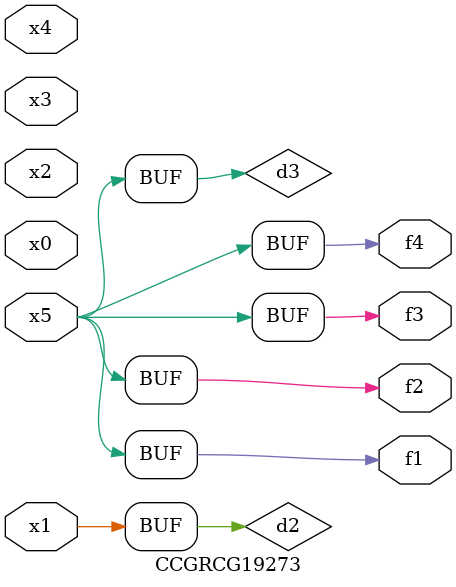
<source format=v>
module CCGRCG19273(
	input x0, x1, x2, x3, x4, x5,
	output f1, f2, f3, f4
);

	wire d1, d2, d3;

	not (d1, x5);
	or (d2, x1);
	xnor (d3, d1);
	assign f1 = d3;
	assign f2 = d3;
	assign f3 = d3;
	assign f4 = d3;
endmodule

</source>
